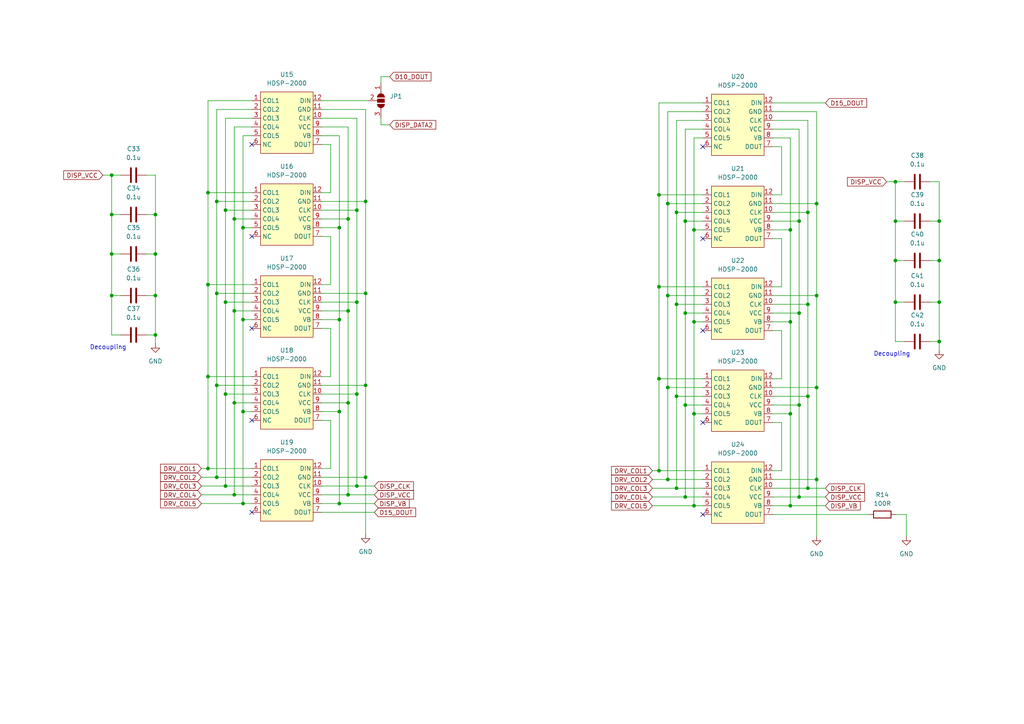
<source format=kicad_sch>
(kicad_sch (version 20230121) (generator eeschema)
  (paper "A4")
  (lib_symbols
    (symbol "Device:C" (pin_numbers hide) (pin_names (offset 0.254))
      (property "Reference" "C" (at 0.635 2.54 0))
      (property "Value" "C" (at 0.635 -2.54 0))
      (symbol "C_0_1"
        (polyline (pts (xy -2.032 -0.762) (xy 2.032 -0.762)) (stroke (width 0.508)))
        (polyline (pts (xy -2.032 0.762) (xy 2.032 0.762)) (stroke (width 0.508)))
      )
      (symbol "C_1_1"
        (pin passive line (at 0 3.81 270) (length 2.794) (name "~") (number "1"))
        (pin passive line (at 0 -3.81 90) (length 2.794) (name "~") (number "2"))
      )
    )
    (symbol "Device:R" (pin_numbers hide) (pin_names (offset 0))
      (property "Reference" "R" (at 2.032 0 90))
      (property "Value" "R" (at 0 0 90))
      (symbol "R_0_1"
        (rectangle (start -1.016 -2.54) (end 1.016 2.54) (stroke (width 0.254)))
      )
      (symbol "R_1_1"
        (pin passive line (at 0 3.81 270) (length 1.27) (name "~") (number "1"))
        (pin passive line (at 0 -3.81 90) (length 1.27) (name "~") (number "2"))
      )
    )
    (symbol "Jumper:SolderJumper_3_Open" (pin_names (offset 0) hide)
      (property "Reference" "JP" (at -2.54 -2.54 0))
      (property "Value" "SolderJumper_3_Open" (at 0 2.794 0))
      (symbol "SolderJumper_3_Open_0_1"
        (arc (start -1.016 1.016) (mid -2.0276 0) (end -1.016 -1.016))
        (arc (start -1.016 1.016) (mid -2.0276 0) (end -1.016 -1.016) (fill (type outline)))
        (rectangle (start -0.508 1.016) (end 0.508 -1.016) (fill (type outline)))
        (polyline (pts (xy -2.54 0) (xy -2.032 0)))
        (polyline (pts (xy -1.016 1.016) (xy -1.016 -1.016)))
        (polyline (pts (xy 0 -1.27) (xy 0 -1.016)))
        (polyline (pts (xy 1.016 1.016) (xy 1.016 -1.016)))
        (polyline (pts (xy 2.54 0) (xy 2.032 0)))
        (arc (start 1.016 -1.016) (mid 2.0276 0) (end 1.016 1.016))
        (arc (start 1.016 -1.016) (mid 2.0276 0) (end 1.016 1.016) (fill (type outline)))
      )
      (symbol "SolderJumper_3_Open_1_1"
        (pin passive line (at -5.08 0 0) (length 2.54) (name "A") (number "1"))
        (pin passive line (at 0 -3.81 90) (length 2.54) (name "C") (number "2"))
        (pin passive line (at 5.08 0 180) (length 2.54) (name "B") (number "3"))
      )
    )
    (symbol "components:HDSP2000"
      (property "Reference" "U" (at 0 0 0))
      (property "Value" "HDSP-2000" (at 0 -10.16 0))
      (symbol "HDSP2000_1_1"
        (rectangle (start -7.62 8.89) (end 7.62 -8.89) (fill (type background)))
        (pin input line (at -10.16 6.35 0) (length 2.54) (name "COL1") (number "1"))
        (pin input line (at 10.16 1.27 180) (length 2.54) (name "CLK") (number "10"))
        (pin input line (at 10.16 3.81 180) (length 2.54) (name "GND") (number "11"))
        (pin input line (at 10.16 6.35 180) (length 2.54) (name "DIN") (number "12"))
        (pin input line (at -10.16 3.81 0) (length 2.54) (name "COL2") (number "2"))
        (pin input line (at -10.16 1.27 0) (length 2.54) (name "COL3") (number "3"))
        (pin input line (at -10.16 -1.27 0) (length 2.54) (name "COL4") (number "4"))
        (pin input line (at -10.16 -3.81 0) (length 2.54) (name "COL5") (number "5"))
        (pin input line (at -10.16 -6.35 0) (length 2.54) (name "NC") (number "6"))
        (pin input line (at 10.16 -6.35 180) (length 2.54) (name "DOUT") (number "7"))
        (pin input line (at 10.16 -3.81 180) (length 2.54) (name "VB") (number "8"))
        (pin input line (at 10.16 -1.27 180) (length 2.54) (name "VCC") (number "9"))
      )
    )
    (symbol "power:GND" (power) (pin_names (offset 0))
      (property "Value" "GND" (at 0 -3.81 0))
      (symbol "GND_0_1"
        (polyline (pts (xy 0 0) (xy 0 -1.27) (xy 1.27 -1.27) (xy 0 -2.54) (xy -1.27 -1.27) (xy 0 -1.27)))
      )
      (symbol "GND_1_1"
        (pin power_in line (at 0 0 270) (length 0) hide (name "GND") (number "1"))
      )
    )
  )
  (junction (at 231.775 117.475))
  (junction (at 234.315 61.595))
  (junction (at 201.295 146.685))
  (junction (at 70.485 92.71))
  (junction (at 106.045 138.43))
  (junction (at 259.715 52.705))
  (junction (at 62.865 111.76))
  (junction (at 45.085 85.725))
  (junction (at 193.675 139.065))
  (junction (at 98.425 92.71))
  (junction (at 45.085 62.23))
  (junction (at 234.315 88.265))
  (junction (at 191.135 56.515))
  (junction (at 98.425 146.05))
  (junction (at 259.715 75.565))
  (junction (at 229.235 146.685))
  (junction (at 231.775 90.805))
  (junction (at 32.385 73.66))
  (junction (at 65.405 140.97))
  (junction (at 106.045 111.76))
  (junction (at 236.855 59.055))
  (junction (at 196.215 114.935))
  (junction (at 236.855 112.395))
  (junction (at 229.235 120.015))
  (junction (at 60.325 109.22))
  (junction (at 67.945 90.17))
  (junction (at 236.855 139.065))
  (junction (at 60.325 82.55))
  (junction (at 236.855 85.725))
  (junction (at 193.675 112.395))
  (junction (at 229.235 93.345))
  (junction (at 196.215 141.605))
  (junction (at 272.415 87.63))
  (junction (at 60.325 55.88))
  (junction (at 231.775 144.145))
  (junction (at 98.425 119.38))
  (junction (at 70.485 119.38))
  (junction (at 100.965 63.5))
  (junction (at 196.215 88.265))
  (junction (at 67.945 143.51))
  (junction (at 62.865 85.09))
  (junction (at 191.135 109.855))
  (junction (at 259.715 64.135))
  (junction (at 45.085 73.66))
  (junction (at 60.325 135.89))
  (junction (at 100.965 143.51))
  (junction (at 198.755 64.135))
  (junction (at 198.755 117.475))
  (junction (at 103.505 60.96))
  (junction (at 100.965 116.84))
  (junction (at 201.295 93.345))
  (junction (at 70.485 146.05))
  (junction (at 193.675 59.055))
  (junction (at 32.385 62.23))
  (junction (at 45.085 97.155))
  (junction (at 32.385 50.8))
  (junction (at 231.775 64.135))
  (junction (at 229.235 66.675))
  (junction (at 67.945 63.5))
  (junction (at 103.505 87.63))
  (junction (at 272.415 75.565))
  (junction (at 201.295 66.675))
  (junction (at 100.965 90.17))
  (junction (at 62.865 58.42))
  (junction (at 67.945 116.84))
  (junction (at 198.755 90.805))
  (junction (at 193.675 85.725))
  (junction (at 32.385 85.725))
  (junction (at 98.425 66.04))
  (junction (at 201.295 120.015))
  (junction (at 103.505 140.97))
  (junction (at 234.315 141.605))
  (junction (at 62.865 138.43))
  (junction (at 191.135 136.525))
  (junction (at 259.715 87.63))
  (junction (at 70.485 66.04))
  (junction (at 106.045 58.42))
  (junction (at 198.755 144.145))
  (junction (at 65.405 60.96))
  (junction (at 234.315 114.935))
  (junction (at 65.405 114.3))
  (junction (at 65.405 87.63))
  (junction (at 272.415 64.135))
  (junction (at 191.135 83.185))
  (junction (at 196.215 61.595))
  (junction (at 272.415 99.06))
  (junction (at 103.505 114.3))
  (junction (at 106.045 85.09))
  (no_connect (at 203.835 149.225))
  (no_connect (at 73.025 148.59))
  (no_connect (at 73.025 95.25))
  (no_connect (at 203.835 42.545))
  (no_connect (at 73.025 41.91))
  (no_connect (at 73.025 121.92))
  (no_connect (at 73.025 68.58))
  (no_connect (at 203.835 95.885))
  (no_connect (at 203.835 122.555))
  (no_connect (at 203.835 69.215))
  (wire (pts (xy 198.755 37.465) (xy 198.755 64.135)))
  (wire (pts (xy 65.405 60.96) (xy 73.025 60.96)))
  (wire (pts (xy 95.885 41.91) (xy 95.885 55.88)))
  (wire (pts (xy 32.385 73.66) (xy 34.925 73.66)))
  (wire (pts (xy 110.49 22.225) (xy 113.03 22.225)))
  (wire (pts (xy 45.085 85.725) (xy 45.085 97.155)))
  (wire (pts (xy 198.755 117.475) (xy 203.835 117.475)))
  (wire (pts (xy 62.865 85.09) (xy 73.025 85.09)))
  (wire (pts (xy 67.945 116.84) (xy 73.025 116.84)))
  (wire (pts (xy 198.755 64.135) (xy 198.755 90.805)))
  (wire (pts (xy 110.49 36.195) (xy 113.03 36.195)))
  (wire (pts (xy 103.505 34.29) (xy 103.505 60.96)))
  (wire (pts (xy 193.675 85.725) (xy 203.835 85.725)))
  (wire (pts (xy 201.295 66.675) (xy 201.295 93.345)))
  (wire (pts (xy 67.945 143.51) (xy 73.025 143.51)))
  (wire (pts (xy 224.155 120.015) (xy 229.235 120.015)))
  (wire (pts (xy 229.235 146.685) (xy 224.155 146.685)))
  (wire (pts (xy 32.385 73.66) (xy 32.385 85.725)))
  (wire (pts (xy 229.235 40.005) (xy 229.235 66.675)))
  (wire (pts (xy 193.675 112.395) (xy 193.675 139.065)))
  (wire (pts (xy 62.865 85.09) (xy 62.865 111.76)))
  (wire (pts (xy 224.155 122.555) (xy 226.695 122.555)))
  (wire (pts (xy 93.345 66.04) (xy 98.425 66.04)))
  (wire (pts (xy 196.215 88.265) (xy 196.215 114.935)))
  (wire (pts (xy 42.545 85.725) (xy 45.085 85.725)))
  (wire (pts (xy 193.675 32.385) (xy 193.675 59.055)))
  (wire (pts (xy 229.235 66.675) (xy 229.235 93.345)))
  (wire (pts (xy 93.345 85.09) (xy 106.045 85.09)))
  (wire (pts (xy 226.695 42.545) (xy 226.695 56.515)))
  (wire (pts (xy 224.155 32.385) (xy 236.855 32.385)))
  (wire (pts (xy 32.385 97.155) (xy 34.925 97.155)))
  (wire (pts (xy 231.775 64.135) (xy 231.775 90.805)))
  (wire (pts (xy 196.215 61.595) (xy 196.215 88.265)))
  (wire (pts (xy 60.325 82.55) (xy 60.325 109.22)))
  (wire (pts (xy 93.345 92.71) (xy 98.425 92.71)))
  (wire (pts (xy 236.855 85.725) (xy 236.855 112.395)))
  (wire (pts (xy 191.135 109.855) (xy 191.135 136.525)))
  (wire (pts (xy 93.345 87.63) (xy 103.505 87.63)))
  (wire (pts (xy 234.315 141.605) (xy 224.155 141.605)))
  (wire (pts (xy 45.085 97.155) (xy 45.085 99.695)))
  (wire (pts (xy 110.49 24.13) (xy 110.49 22.225)))
  (wire (pts (xy 67.945 63.5) (xy 73.025 63.5)))
  (wire (pts (xy 93.345 148.59) (xy 108.585 148.59)))
  (wire (pts (xy 106.045 58.42) (xy 106.045 85.09)))
  (wire (pts (xy 70.485 66.04) (xy 73.025 66.04)))
  (wire (pts (xy 189.23 139.065) (xy 193.675 139.065)))
  (wire (pts (xy 70.485 119.38) (xy 70.485 146.05)))
  (wire (pts (xy 198.755 144.145) (xy 203.835 144.145)))
  (wire (pts (xy 198.755 117.475) (xy 198.755 144.145)))
  (wire (pts (xy 73.025 29.21) (xy 60.325 29.21)))
  (wire (pts (xy 269.875 75.565) (xy 272.415 75.565)))
  (wire (pts (xy 259.715 75.565) (xy 259.715 87.63)))
  (wire (pts (xy 196.215 61.595) (xy 203.835 61.595)))
  (wire (pts (xy 236.855 32.385) (xy 236.855 59.055)))
  (wire (pts (xy 95.885 109.22) (xy 93.345 109.22)))
  (wire (pts (xy 201.295 93.345) (xy 201.295 120.015)))
  (wire (pts (xy 259.715 52.705) (xy 259.715 64.135)))
  (wire (pts (xy 93.345 29.21) (xy 106.68 29.21)))
  (wire (pts (xy 70.485 66.04) (xy 70.485 92.71)))
  (wire (pts (xy 95.885 121.92) (xy 95.885 135.89)))
  (wire (pts (xy 189.23 144.145) (xy 198.755 144.145)))
  (wire (pts (xy 191.135 56.515) (xy 203.835 56.515)))
  (wire (pts (xy 259.715 87.63) (xy 259.715 99.06)))
  (wire (pts (xy 224.155 112.395) (xy 236.855 112.395)))
  (wire (pts (xy 198.755 64.135) (xy 203.835 64.135)))
  (wire (pts (xy 60.325 82.55) (xy 73.025 82.55)))
  (wire (pts (xy 234.315 114.935) (xy 234.315 141.605)))
  (wire (pts (xy 193.675 139.065) (xy 203.835 139.065)))
  (wire (pts (xy 231.775 37.465) (xy 231.775 64.135)))
  (wire (pts (xy 196.215 88.265) (xy 203.835 88.265)))
  (wire (pts (xy 231.775 144.145) (xy 239.395 144.145)))
  (wire (pts (xy 189.23 146.685) (xy 201.295 146.685)))
  (wire (pts (xy 191.135 83.185) (xy 203.835 83.185)))
  (wire (pts (xy 95.885 95.25) (xy 95.885 109.22)))
  (wire (pts (xy 29.845 50.8) (xy 32.385 50.8)))
  (wire (pts (xy 58.42 138.43) (xy 62.865 138.43)))
  (wire (pts (xy 259.715 52.705) (xy 262.255 52.705)))
  (wire (pts (xy 93.345 60.96) (xy 103.505 60.96)))
  (wire (pts (xy 201.295 93.345) (xy 203.835 93.345)))
  (wire (pts (xy 45.085 97.155) (xy 42.545 97.155)))
  (wire (pts (xy 234.315 61.595) (xy 234.315 88.265)))
  (wire (pts (xy 229.235 93.345) (xy 229.235 120.015)))
  (wire (pts (xy 272.415 99.06) (xy 272.415 101.6)))
  (wire (pts (xy 100.965 90.17) (xy 100.965 116.84)))
  (wire (pts (xy 226.695 83.185) (xy 224.155 83.185)))
  (wire (pts (xy 70.485 146.05) (xy 73.025 146.05)))
  (wire (pts (xy 106.045 111.76) (xy 106.045 138.43)))
  (wire (pts (xy 32.385 62.23) (xy 32.385 73.66)))
  (wire (pts (xy 191.135 109.855) (xy 203.835 109.855)))
  (wire (pts (xy 203.835 37.465) (xy 198.755 37.465)))
  (wire (pts (xy 191.135 56.515) (xy 191.135 83.185)))
  (wire (pts (xy 234.315 141.605) (xy 239.395 141.605)))
  (wire (pts (xy 224.155 88.265) (xy 234.315 88.265)))
  (wire (pts (xy 65.405 114.3) (xy 65.405 140.97)))
  (wire (pts (xy 93.345 116.84) (xy 100.965 116.84)))
  (wire (pts (xy 103.505 87.63) (xy 103.505 114.3)))
  (wire (pts (xy 231.775 144.145) (xy 224.155 144.145)))
  (wire (pts (xy 226.695 69.215) (xy 226.695 83.185)))
  (wire (pts (xy 201.295 146.685) (xy 203.835 146.685)))
  (wire (pts (xy 60.325 109.22) (xy 73.025 109.22)))
  (wire (pts (xy 65.405 34.29) (xy 65.405 60.96)))
  (wire (pts (xy 224.155 29.845) (xy 239.395 29.845)))
  (wire (pts (xy 103.505 114.3) (xy 103.505 140.97)))
  (wire (pts (xy 93.345 90.17) (xy 100.965 90.17)))
  (wire (pts (xy 93.345 31.75) (xy 106.045 31.75)))
  (wire (pts (xy 100.965 116.84) (xy 100.965 143.51)))
  (wire (pts (xy 193.675 59.055) (xy 193.675 85.725)))
  (wire (pts (xy 203.835 29.845) (xy 191.135 29.845)))
  (wire (pts (xy 196.215 114.935) (xy 196.215 141.605)))
  (wire (pts (xy 93.345 114.3) (xy 103.505 114.3)))
  (wire (pts (xy 32.385 50.8) (xy 32.385 62.23)))
  (wire (pts (xy 272.415 87.63) (xy 272.415 99.06)))
  (wire (pts (xy 224.155 42.545) (xy 226.695 42.545)))
  (wire (pts (xy 201.295 120.015) (xy 203.835 120.015)))
  (wire (pts (xy 224.155 90.805) (xy 231.775 90.805)))
  (wire (pts (xy 224.155 34.925) (xy 234.315 34.925)))
  (wire (pts (xy 106.045 138.43) (xy 93.345 138.43)))
  (wire (pts (xy 224.155 61.595) (xy 234.315 61.595)))
  (wire (pts (xy 193.675 112.395) (xy 203.835 112.395)))
  (wire (pts (xy 224.155 114.935) (xy 234.315 114.935)))
  (wire (pts (xy 226.695 122.555) (xy 226.695 136.525)))
  (wire (pts (xy 73.025 36.83) (xy 67.945 36.83)))
  (wire (pts (xy 98.425 146.05) (xy 93.345 146.05)))
  (wire (pts (xy 93.345 39.37) (xy 98.425 39.37)))
  (wire (pts (xy 229.235 120.015) (xy 229.235 146.685)))
  (wire (pts (xy 226.695 56.515) (xy 224.155 56.515)))
  (wire (pts (xy 193.675 85.725) (xy 193.675 112.395)))
  (wire (pts (xy 198.755 90.805) (xy 203.835 90.805)))
  (wire (pts (xy 259.715 87.63) (xy 262.255 87.63)))
  (wire (pts (xy 226.695 136.525) (xy 224.155 136.525)))
  (wire (pts (xy 45.085 73.66) (xy 45.085 85.725)))
  (wire (pts (xy 58.42 135.89) (xy 60.325 135.89)))
  (wire (pts (xy 65.405 87.63) (xy 65.405 114.3)))
  (wire (pts (xy 67.945 63.5) (xy 67.945 90.17)))
  (wire (pts (xy 191.135 83.185) (xy 191.135 109.855)))
  (wire (pts (xy 62.865 58.42) (xy 62.865 85.09)))
  (wire (pts (xy 42.545 50.8) (xy 45.085 50.8)))
  (wire (pts (xy 98.425 66.04) (xy 98.425 92.71)))
  (wire (pts (xy 45.085 62.23) (xy 45.085 73.66)))
  (wire (pts (xy 67.945 90.17) (xy 73.025 90.17)))
  (wire (pts (xy 100.965 143.51) (xy 93.345 143.51)))
  (wire (pts (xy 93.345 121.92) (xy 95.885 121.92)))
  (wire (pts (xy 73.025 31.75) (xy 62.865 31.75)))
  (wire (pts (xy 93.345 68.58) (xy 95.885 68.58)))
  (wire (pts (xy 236.855 139.065) (xy 236.855 155.575)))
  (wire (pts (xy 93.345 95.25) (xy 95.885 95.25)))
  (wire (pts (xy 106.045 85.09) (xy 106.045 111.76)))
  (wire (pts (xy 60.325 109.22) (xy 60.325 135.89)))
  (wire (pts (xy 201.295 66.675) (xy 203.835 66.675)))
  (wire (pts (xy 224.155 64.135) (xy 231.775 64.135)))
  (wire (pts (xy 60.325 55.88) (xy 60.325 82.55)))
  (wire (pts (xy 196.215 34.925) (xy 196.215 61.595)))
  (wire (pts (xy 93.345 41.91) (xy 95.885 41.91)))
  (wire (pts (xy 272.415 99.06) (xy 269.875 99.06)))
  (wire (pts (xy 62.865 111.76) (xy 62.865 138.43)))
  (wire (pts (xy 60.325 29.21) (xy 60.325 55.88)))
  (wire (pts (xy 95.885 135.89) (xy 93.345 135.89)))
  (wire (pts (xy 70.485 119.38) (xy 73.025 119.38)))
  (wire (pts (xy 45.085 50.8) (xy 45.085 62.23)))
  (wire (pts (xy 93.345 63.5) (xy 100.965 63.5)))
  (wire (pts (xy 189.23 141.605) (xy 196.215 141.605)))
  (wire (pts (xy 93.345 119.38) (xy 98.425 119.38)))
  (wire (pts (xy 201.295 40.005) (xy 201.295 66.675)))
  (wire (pts (xy 203.835 32.385) (xy 193.675 32.385)))
  (wire (pts (xy 70.485 92.71) (xy 73.025 92.71)))
  (wire (pts (xy 98.425 39.37) (xy 98.425 66.04)))
  (wire (pts (xy 95.885 68.58) (xy 95.885 82.55)))
  (wire (pts (xy 98.425 146.05) (xy 108.585 146.05)))
  (wire (pts (xy 62.865 111.76) (xy 73.025 111.76)))
  (wire (pts (xy 259.715 75.565) (xy 262.255 75.565)))
  (wire (pts (xy 32.385 85.725) (xy 32.385 97.155)))
  (wire (pts (xy 257.175 52.705) (xy 259.715 52.705)))
  (wire (pts (xy 196.215 141.605) (xy 203.835 141.605)))
  (wire (pts (xy 224.155 37.465) (xy 231.775 37.465)))
  (wire (pts (xy 224.155 59.055) (xy 236.855 59.055)))
  (wire (pts (xy 100.965 63.5) (xy 100.965 90.17)))
  (wire (pts (xy 65.405 140.97) (xy 73.025 140.97)))
  (wire (pts (xy 103.505 140.97) (xy 108.585 140.97)))
  (wire (pts (xy 110.49 34.29) (xy 110.49 36.195)))
  (wire (pts (xy 269.875 52.705) (xy 272.415 52.705)))
  (wire (pts (xy 67.945 36.83) (xy 67.945 63.5)))
  (wire (pts (xy 106.045 138.43) (xy 106.045 154.94)))
  (wire (pts (xy 236.855 59.055) (xy 236.855 85.725)))
  (wire (pts (xy 106.045 31.75) (xy 106.045 58.42)))
  (wire (pts (xy 103.505 60.96) (xy 103.505 87.63)))
  (wire (pts (xy 231.775 90.805) (xy 231.775 117.475)))
  (wire (pts (xy 32.385 50.8) (xy 34.925 50.8)))
  (wire (pts (xy 67.945 116.84) (xy 67.945 143.51)))
  (wire (pts (xy 224.155 85.725) (xy 236.855 85.725)))
  (wire (pts (xy 191.135 136.525) (xy 203.835 136.525)))
  (wire (pts (xy 98.425 92.71) (xy 98.425 119.38)))
  (wire (pts (xy 224.155 40.005) (xy 229.235 40.005)))
  (wire (pts (xy 224.155 66.675) (xy 229.235 66.675)))
  (wire (pts (xy 224.155 117.475) (xy 231.775 117.475)))
  (wire (pts (xy 62.865 58.42) (xy 73.025 58.42)))
  (wire (pts (xy 67.945 90.17) (xy 67.945 116.84)))
  (wire (pts (xy 42.545 73.66) (xy 45.085 73.66)))
  (wire (pts (xy 62.865 31.75) (xy 62.865 58.42)))
  (wire (pts (xy 189.23 136.525) (xy 191.135 136.525)))
  (wire (pts (xy 73.025 34.29) (xy 65.405 34.29)))
  (wire (pts (xy 32.385 85.725) (xy 34.925 85.725)))
  (wire (pts (xy 272.415 75.565) (xy 272.415 87.63)))
  (wire (pts (xy 201.295 120.015) (xy 201.295 146.685)))
  (wire (pts (xy 93.345 111.76) (xy 106.045 111.76)))
  (wire (pts (xy 60.325 55.88) (xy 73.025 55.88)))
  (wire (pts (xy 196.215 114.935) (xy 203.835 114.935)))
  (wire (pts (xy 95.885 55.88) (xy 93.345 55.88)))
  (wire (pts (xy 100.965 36.83) (xy 100.965 63.5)))
  (wire (pts (xy 236.855 139.065) (xy 224.155 139.065)))
  (wire (pts (xy 259.715 149.225) (xy 262.89 149.225)))
  (wire (pts (xy 229.235 146.685) (xy 239.395 146.685)))
  (wire (pts (xy 60.325 135.89) (xy 73.025 135.89)))
  (wire (pts (xy 272.415 52.705) (xy 272.415 64.135)))
  (wire (pts (xy 65.405 87.63) (xy 73.025 87.63)))
  (wire (pts (xy 93.345 58.42) (xy 106.045 58.42)))
  (wire (pts (xy 32.385 62.23) (xy 34.925 62.23)))
  (wire (pts (xy 231.775 117.475) (xy 231.775 144.145)))
  (wire (pts (xy 58.42 143.51) (xy 67.945 143.51)))
  (wire (pts (xy 95.885 82.55) (xy 93.345 82.55)))
  (wire (pts (xy 259.715 64.135) (xy 262.255 64.135)))
  (wire (pts (xy 234.315 88.265) (xy 234.315 114.935)))
  (wire (pts (xy 65.405 114.3) (xy 73.025 114.3)))
  (wire (pts (xy 198.755 90.805) (xy 198.755 117.475)))
  (wire (pts (xy 226.695 109.855) (xy 224.155 109.855)))
  (wire (pts (xy 45.085 62.23) (xy 42.545 62.23)))
  (wire (pts (xy 62.865 138.43) (xy 73.025 138.43)))
  (wire (pts (xy 272.415 64.135) (xy 272.415 75.565)))
  (wire (pts (xy 103.505 140.97) (xy 93.345 140.97)))
  (wire (pts (xy 262.89 149.225) (xy 262.89 155.575)))
  (wire (pts (xy 193.675 59.055) (xy 203.835 59.055)))
  (wire (pts (xy 73.025 39.37) (xy 70.485 39.37)))
  (wire (pts (xy 58.42 140.97) (xy 65.405 140.97)))
  (wire (pts (xy 191.135 29.845) (xy 191.135 56.515)))
  (wire (pts (xy 65.405 60.96) (xy 65.405 87.63)))
  (wire (pts (xy 203.835 34.925) (xy 196.215 34.925)))
  (wire (pts (xy 236.855 112.395) (xy 236.855 139.065)))
  (wire (pts (xy 259.715 99.06) (xy 262.255 99.06)))
  (wire (pts (xy 58.42 146.05) (xy 70.485 146.05)))
  (wire (pts (xy 100.965 143.51) (xy 108.585 143.51)))
  (wire (pts (xy 226.695 95.885) (xy 226.695 109.855)))
  (wire (pts (xy 224.155 93.345) (xy 229.235 93.345)))
  (wire (pts (xy 272.415 64.135) (xy 269.875 64.135)))
  (wire (pts (xy 224.155 69.215) (xy 226.695 69.215)))
  (wire (pts (xy 98.425 119.38) (xy 98.425 146.05)))
  (wire (pts (xy 70.485 92.71) (xy 70.485 119.38)))
  (wire (pts (xy 224.155 149.225) (xy 252.095 149.225)))
  (wire (pts (xy 224.155 95.885) (xy 226.695 95.885)))
  (wire (pts (xy 70.485 39.37) (xy 70.485 66.04)))
  (wire (pts (xy 259.715 64.135) (xy 259.715 75.565)))
  (wire (pts (xy 234.315 34.925) (xy 234.315 61.595)))
  (wire (pts (xy 93.345 34.29) (xy 103.505 34.29)))
  (wire (pts (xy 269.875 87.63) (xy 272.415 87.63)))
  (wire (pts (xy 203.835 40.005) (xy 201.295 40.005)))
  (wire (pts (xy 93.345 36.83) (xy 100.965 36.83)))
  (text "Decoupling" (at 26.035 101.6 0) (effects (font (size 1.27 1.27)) (justify left bottom)))
  (text "Decoupling" (at 253.365 103.505 0) (effects (font (size 1.27 1.27)) (justify left bottom)))
  (global_label "DISP_VB" (shape input) (at 239.395 146.685 0) (property "Intersheetrefs" "${INTERSHEET_REFS}" (effects hide)))
  (global_label "DISP_DATA2" (shape input) (at 113.03 36.195 0) (property "Intersheetrefs" "${INTERSHEET_REFS}" (effects hide)))
  (global_label "DRV_COL5" (shape input) (at 189.23 146.685 180) (property "Intersheetrefs" "${INTERSHEET_REFS}" (effects hide)))
  (global_label "DRV_COL4" (shape input) (at 189.23 144.145 180) (property "Intersheetrefs" "${INTERSHEET_REFS}" (effects hide)))
  (global_label "DRV_COL2" (shape input) (at 58.42 138.43 180) (property "Intersheetrefs" "${INTERSHEET_REFS}" (effects hide)))
  (global_label "DRV_COL2" (shape input) (at 189.23 139.065 180) (property "Intersheetrefs" "${INTERSHEET_REFS}" (effects hide)))
  (global_label "DISP_CLK" (shape input) (at 239.395 141.605 0) (property "Intersheetrefs" "${INTERSHEET_REFS}" (effects hide)))
  (global_label "DISP_VCC" (shape input) (at 29.845 50.8 180) (property "Intersheetrefs" "${INTERSHEET_REFS}" (effects hide)))
  (global_label "DISP_VCC" (shape input) (at 257.175 52.705 180) (property "Intersheetrefs" "${INTERSHEET_REFS}" (effects hide)))
  (global_label "D15_DOUT" (shape input) (at 108.585 148.59 0) (property "Intersheetrefs" "${INTERSHEET_REFS}" (effects hide)))
  (global_label "DISP_VCC" (shape input) (at 239.395 144.145 0) (property "Intersheetrefs" "${INTERSHEET_REFS}" (effects hide)))
  (global_label "D15_DOUT" (shape input) (at 239.395 29.845 0) (property "Intersheetrefs" "${INTERSHEET_REFS}" (effects hide)))
  (global_label "D10_DOUT" (shape input) (at 113.03 22.225 0) (property "Intersheetrefs" "${INTERSHEET_REFS}" (effects hide)))
  (global_label "DISP_VCC" (shape input) (at 108.585 143.51 0) (property "Intersheetrefs" "${INTERSHEET_REFS}" (effects hide)))
  (global_label "DRV_COL3" (shape input) (at 58.42 140.97 180) (property "Intersheetrefs" "${INTERSHEET_REFS}" (effects hide)))
  (global_label "DRV_COL3" (shape input) (at 189.23 141.605 180) (property "Intersheetrefs" "${INTERSHEET_REFS}" (effects hide)))
  (global_label "DISP_CLK" (shape input) (at 108.585 140.97 0) (property "Intersheetrefs" "${INTERSHEET_REFS}" (effects hide)))
  (global_label "DISP_VB" (shape input) (at 108.585 146.05 0) (property "Intersheetrefs" "${INTERSHEET_REFS}" (effects hide)))
  (global_label "DRV_COL4" (shape input) (at 58.42 143.51 180) (property "Intersheetrefs" "${INTERSHEET_REFS}" (effects hide)))
  (global_label "DRV_COL1" (shape input) (at 189.23 136.525 180) (property "Intersheetrefs" "${INTERSHEET_REFS}" (effects hide)))
  (global_label "DRV_COL5" (shape input) (at 58.42 146.05 180) (property "Intersheetrefs" "${INTERSHEET_REFS}" (effects hide)))
  (global_label "DRV_COL1" (shape input) (at 58.42 135.89 180) (property "Intersheetrefs" "${INTERSHEET_REFS}" (effects hide)))
  (symbol (lib_id "components:HDSP2000") (at 213.995 62.865 0) (unit 1)
    (property "Reference" "U21" (at 213.995 48.895 0))
    (property "Value" "HDSP-2000" (at 213.995 51.435 0))
    (property "Footprint" "components:HDSP_DIP12" (effects hide))
  )
  (symbol (lib_id "Device:R") (at 255.905 149.225 90) (unit 1)
    (property "Reference" "R14" (at 255.905 143.51 90))
    (property "Value" "100R" (at 255.905 146.05 90))
    (property "Footprint" "Resistor_SMD:R_0603_1608Metric" (effects hide))
  )
  (symbol (lib_id "Device:C") (at 266.065 64.135 90) (unit 1)
    (property "Reference" "C39" (at 266.065 56.515 90))
    (property "Value" "0.1u" (at 266.065 59.055 90))
    (property "Footprint" "Capacitor_SMD:C_0603_1608Metric" (effects hide))
  )
  (symbol (lib_id "Device:C") (at 38.735 62.23 90) (unit 1)
    (property "Reference" "C34" (at 38.735 54.61 90))
    (property "Value" "0.1u" (at 38.735 57.15 90))
    (property "Footprint" "Capacitor_SMD:C_0603_1608Metric" (effects hide))
  )
  (symbol (lib_id "Device:C") (at 266.065 99.06 90) (unit 1)
    (property "Reference" "C42" (at 266.065 91.44 90))
    (property "Value" "0.1u" (at 266.065 93.98 90))
    (property "Footprint" "Capacitor_SMD:C_0603_1608Metric" (effects hide))
  )
  (symbol (lib_id "components:HDSP2000") (at 213.995 89.535 0) (unit 1)
    (property "Reference" "U22" (at 213.995 75.565 0))
    (property "Value" "HDSP-2000" (at 213.995 78.105 0))
    (property "Footprint" "components:HDSP_DIP12" (effects hide))
  )
  (symbol (lib_id "Jumper:SolderJumper_3_Open") (at 110.49 29.21 270) (unit 1)
    (property "Reference" "JP1" (at 113.03 27.94 90) (effects (justify left)))
    (property "Value" "SolderJumper_3_Open" (effects hide))
    (property "Footprint" "components:Solder_jumber_3pad" (effects hide))
  )
  (symbol (lib_id "power:GND") (at 272.415 101.6 0) (unit 1)
    (property "Reference" "#PWR09" (effects hide))
    (property "Value" "GND" (at 272.415 106.68 0))
  )
  (symbol (lib_id "Device:C") (at 266.065 52.705 90) (unit 1)
    (property "Reference" "C38" (at 266.065 45.085 90))
    (property "Value" "0.1u" (at 266.065 47.625 90))
    (property "Footprint" "Capacitor_SMD:C_0603_1608Metric" (effects hide))
  )
  (symbol (lib_id "power:GND") (at 262.89 155.575 0) (unit 1)
    (property "Reference" "#PWR05" (effects hide))
    (property "Value" "GND" (at 262.89 160.655 0))
  )
  (symbol (lib_id "components:HDSP2000") (at 83.185 88.9 0) (unit 1)
    (property "Reference" "U17" (at 83.185 74.93 0))
    (property "Value" "HDSP-2000" (at 83.185 77.47 0))
    (property "Footprint" "components:HDSP_DIP12" (effects hide))
  )
  (symbol (lib_id "components:HDSP2000") (at 83.185 62.23 0) (unit 1)
    (property "Reference" "U16" (at 83.185 48.26 0))
    (property "Value" "HDSP-2000" (at 83.185 50.8 0))
    (property "Footprint" "components:HDSP_DIP12" (effects hide))
  )
  (symbol (lib_id "components:HDSP2000") (at 83.185 115.57 0) (unit 1)
    (property "Reference" "U18" (at 83.185 101.6 0))
    (property "Value" "HDSP-2000" (at 83.185 104.14 0))
    (property "Footprint" "components:HDSP_DIP12" (effects hide))
  )
  (symbol (lib_id "Device:C") (at 266.065 75.565 90) (unit 1)
    (property "Reference" "C40" (at 266.065 67.945 90))
    (property "Value" "0.1u" (at 266.065 70.485 90))
    (property "Footprint" "Capacitor_SMD:C_0603_1608Metric" (effects hide))
  )
  (symbol (lib_id "Device:C") (at 38.735 97.155 90) (unit 1)
    (property "Reference" "C37" (at 38.735 89.535 90))
    (property "Value" "0.1u" (at 38.735 92.075 90))
    (property "Footprint" "Capacitor_SMD:C_0603_1608Metric" (effects hide))
  )
  (symbol (lib_id "components:HDSP2000") (at 213.995 116.205 0) (unit 1)
    (property "Reference" "U23" (at 213.995 102.235 0))
    (property "Value" "HDSP-2000" (at 213.995 104.775 0))
    (property "Footprint" "components:HDSP_DIP12" (effects hide))
  )
  (symbol (lib_id "Device:C") (at 38.735 73.66 90) (unit 1)
    (property "Reference" "C35" (at 38.735 66.04 90))
    (property "Value" "0.1u" (at 38.735 68.58 90))
    (property "Footprint" "Capacitor_SMD:C_0603_1608Metric" (effects hide))
  )
  (symbol (lib_id "components:HDSP2000") (at 213.995 36.195 0) (unit 1)
    (property "Reference" "U20" (at 213.995 22.225 0))
    (property "Value" "HDSP-2000" (at 213.995 24.765 0))
    (property "Footprint" "components:HDSP_DIP12" (effects hide))
  )
  (symbol (lib_id "Device:C") (at 38.735 50.8 90) (unit 1)
    (property "Reference" "C33" (at 38.735 43.18 90))
    (property "Value" "0.1u" (at 38.735 45.72 90))
    (property "Footprint" "Capacitor_SMD:C_0603_1608Metric" (effects hide))
  )
  (symbol (lib_id "components:HDSP2000") (at 213.995 142.875 0) (unit 1)
    (property "Reference" "U24" (at 213.995 128.905 0))
    (property "Value" "HDSP-2000" (at 213.995 131.445 0))
    (property "Footprint" "components:HDSP_DIP12" (effects hide))
  )
  (symbol (lib_id "Device:C") (at 266.065 87.63 90) (unit 1)
    (property "Reference" "C41" (at 266.065 80.01 90))
    (property "Value" "0.1u" (at 266.065 82.55 90))
    (property "Footprint" "Capacitor_SMD:C_0603_1608Metric" (effects hide))
  )
  (symbol (lib_id "components:HDSP2000") (at 83.185 142.24 0) (unit 1)
    (property "Reference" "U19" (at 83.185 128.27 0))
    (property "Value" "HDSP-2000" (at 83.185 130.81 0))
    (property "Footprint" "components:HDSP_DIP12" (effects hide))
  )
  (symbol (lib_id "Device:C") (at 38.735 85.725 90) (unit 1)
    (property "Reference" "C36" (at 38.735 78.105 90))
    (property "Value" "0.1u" (at 38.735 80.645 90))
    (property "Footprint" "Capacitor_SMD:C_0603_1608Metric" (effects hide))
  )
  (symbol (lib_id "components:HDSP2000") (at 83.185 35.56 0) (unit 1)
    (property "Reference" "U15" (at 83.185 21.59 0))
    (property "Value" "HDSP-2000" (at 83.185 24.13 0))
    (property "Footprint" "components:HDSP_DIP12" (effects hide))
  )
  (symbol (lib_id "power:GND") (at 236.855 155.575 0) (unit 1)
    (property "Reference" "#PWR04" (effects hide))
    (property "Value" "GND" (at 236.855 160.655 0))
  )
  (symbol (lib_id "power:GND") (at 45.085 99.695 0) (unit 1)
    (property "Reference" "#PWR08" (effects hide))
    (property "Value" "GND" (at 45.085 104.775 0))
  )
  (symbol (lib_id "power:GND") (at 106.045 154.94 0) (unit 1)
    (property "Reference" "#PWR03" (effects hide))
    (property "Value" "GND" (at 106.045 160.02 0))
  )
)
</source>
